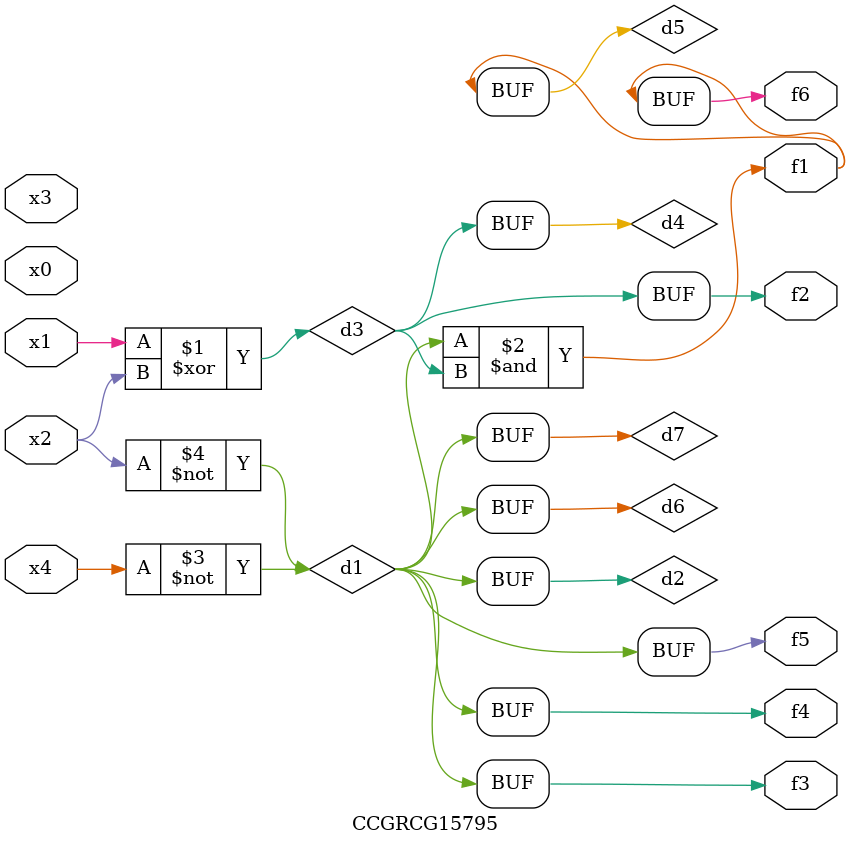
<source format=v>
module CCGRCG15795(
	input x0, x1, x2, x3, x4,
	output f1, f2, f3, f4, f5, f6
);

	wire d1, d2, d3, d4, d5, d6, d7;

	not (d1, x4);
	not (d2, x2);
	xor (d3, x1, x2);
	buf (d4, d3);
	and (d5, d1, d3);
	buf (d6, d1, d2);
	buf (d7, d2);
	assign f1 = d5;
	assign f2 = d4;
	assign f3 = d7;
	assign f4 = d7;
	assign f5 = d7;
	assign f6 = d5;
endmodule

</source>
